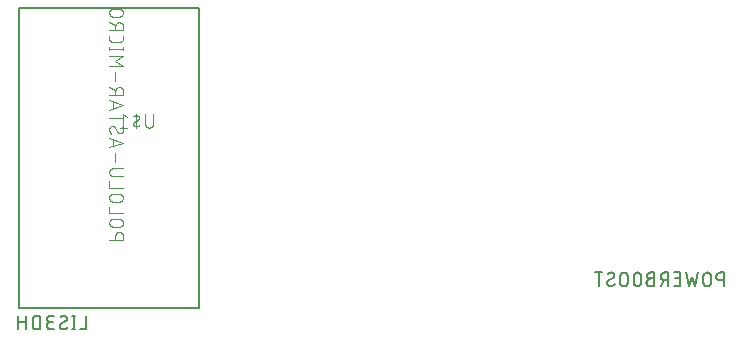
<source format=gbo>
G75*
%MOIN*%
%OFA0B0*%
%FSLAX25Y25*%
%IPPOS*%
%LPD*%
%AMOC8*
5,1,8,0,0,1.08239X$1,22.5*
%
%ADD10C,0.00500*%
%ADD11C,0.00400*%
D10*
X0122930Y0039850D02*
X0122930Y0044350D01*
X0122980Y0046800D02*
X0122980Y0146800D01*
X0182980Y0146800D01*
X0182980Y0046800D01*
X0122980Y0046800D01*
X0125430Y0044350D02*
X0125430Y0039850D01*
X0125430Y0042350D02*
X0122930Y0042350D01*
X0127730Y0043100D02*
X0127730Y0041100D01*
X0127732Y0041032D01*
X0127737Y0040965D01*
X0127746Y0040898D01*
X0127759Y0040831D01*
X0127776Y0040766D01*
X0127795Y0040701D01*
X0127819Y0040637D01*
X0127846Y0040575D01*
X0127876Y0040514D01*
X0127909Y0040456D01*
X0127945Y0040399D01*
X0127985Y0040344D01*
X0128027Y0040291D01*
X0128073Y0040240D01*
X0128120Y0040193D01*
X0128171Y0040147D01*
X0128224Y0040105D01*
X0128279Y0040065D01*
X0128336Y0040029D01*
X0128394Y0039996D01*
X0128455Y0039966D01*
X0128517Y0039939D01*
X0128581Y0039915D01*
X0128646Y0039896D01*
X0128711Y0039879D01*
X0128778Y0039866D01*
X0128845Y0039857D01*
X0128912Y0039852D01*
X0128980Y0039850D01*
X0130230Y0039850D01*
X0130230Y0044350D01*
X0128980Y0044350D01*
X0128912Y0044348D01*
X0128845Y0044343D01*
X0128778Y0044334D01*
X0128711Y0044321D01*
X0128646Y0044304D01*
X0128581Y0044285D01*
X0128517Y0044261D01*
X0128455Y0044234D01*
X0128394Y0044204D01*
X0128336Y0044171D01*
X0128279Y0044135D01*
X0128224Y0044095D01*
X0128171Y0044053D01*
X0128120Y0044007D01*
X0128073Y0043960D01*
X0128027Y0043909D01*
X0127985Y0043856D01*
X0127945Y0043801D01*
X0127909Y0043744D01*
X0127876Y0043686D01*
X0127846Y0043625D01*
X0127819Y0043563D01*
X0127795Y0043499D01*
X0127776Y0043434D01*
X0127759Y0043369D01*
X0127746Y0043302D01*
X0127737Y0043235D01*
X0127732Y0043168D01*
X0127730Y0043100D01*
X0133380Y0042350D02*
X0133318Y0042352D01*
X0133257Y0042358D01*
X0133196Y0042367D01*
X0133136Y0042380D01*
X0133077Y0042397D01*
X0133019Y0042418D01*
X0132962Y0042442D01*
X0132907Y0042469D01*
X0132854Y0042500D01*
X0132802Y0042534D01*
X0132753Y0042571D01*
X0132706Y0042611D01*
X0132662Y0042654D01*
X0132621Y0042699D01*
X0132582Y0042747D01*
X0132546Y0042798D01*
X0132514Y0042850D01*
X0132485Y0042904D01*
X0132459Y0042960D01*
X0132437Y0043018D01*
X0132418Y0043076D01*
X0132403Y0043136D01*
X0132392Y0043197D01*
X0132384Y0043258D01*
X0132380Y0043319D01*
X0132380Y0043381D01*
X0132384Y0043442D01*
X0132392Y0043503D01*
X0132403Y0043564D01*
X0132418Y0043624D01*
X0132437Y0043682D01*
X0132459Y0043740D01*
X0132485Y0043796D01*
X0132514Y0043850D01*
X0132546Y0043902D01*
X0132582Y0043953D01*
X0132621Y0044001D01*
X0132662Y0044046D01*
X0132706Y0044089D01*
X0132753Y0044129D01*
X0132802Y0044166D01*
X0132854Y0044200D01*
X0132907Y0044231D01*
X0132962Y0044258D01*
X0133019Y0044282D01*
X0133077Y0044303D01*
X0133136Y0044320D01*
X0133196Y0044333D01*
X0133257Y0044342D01*
X0133318Y0044348D01*
X0133380Y0044350D01*
X0134880Y0044350D01*
X0138605Y0042475D02*
X0138657Y0042508D01*
X0138708Y0042544D01*
X0138756Y0042583D01*
X0138801Y0042625D01*
X0138844Y0042670D01*
X0138884Y0042718D01*
X0138921Y0042767D01*
X0138955Y0042819D01*
X0138986Y0042873D01*
X0139014Y0042929D01*
X0139038Y0042986D01*
X0139058Y0043045D01*
X0139075Y0043104D01*
X0139088Y0043165D01*
X0139097Y0043226D01*
X0139103Y0043288D01*
X0139105Y0043350D01*
X0139103Y0043410D01*
X0139098Y0043471D01*
X0139089Y0043530D01*
X0139076Y0043589D01*
X0139060Y0043648D01*
X0139040Y0043705D01*
X0139017Y0043760D01*
X0138990Y0043815D01*
X0138961Y0043867D01*
X0138928Y0043918D01*
X0138892Y0043967D01*
X0138854Y0044013D01*
X0138812Y0044057D01*
X0138768Y0044099D01*
X0138722Y0044137D01*
X0138673Y0044173D01*
X0138622Y0044206D01*
X0138570Y0044235D01*
X0138515Y0044262D01*
X0138460Y0044285D01*
X0138403Y0044305D01*
X0138344Y0044321D01*
X0138285Y0044334D01*
X0138226Y0044343D01*
X0138165Y0044348D01*
X0138105Y0044350D01*
X0140930Y0044350D02*
X0141930Y0044350D01*
X0141430Y0044350D02*
X0141430Y0039850D01*
X0141930Y0039850D02*
X0140930Y0039850D01*
X0143520Y0039850D02*
X0145520Y0039850D01*
X0145520Y0044350D01*
X0138605Y0042475D02*
X0137230Y0041725D01*
X0137730Y0039850D02*
X0137818Y0039852D01*
X0137905Y0039857D01*
X0137993Y0039866D01*
X0138080Y0039879D01*
X0138166Y0039895D01*
X0138251Y0039915D01*
X0138336Y0039939D01*
X0138420Y0039966D01*
X0138502Y0039996D01*
X0138583Y0040030D01*
X0138663Y0040067D01*
X0138741Y0040107D01*
X0138817Y0040151D01*
X0138891Y0040198D01*
X0138963Y0040247D01*
X0139034Y0040300D01*
X0139102Y0040356D01*
X0139167Y0040414D01*
X0139230Y0040475D01*
X0137230Y0041725D02*
X0137178Y0041692D01*
X0137127Y0041656D01*
X0137079Y0041617D01*
X0137034Y0041575D01*
X0136991Y0041530D01*
X0136951Y0041482D01*
X0136914Y0041433D01*
X0136880Y0041381D01*
X0136849Y0041327D01*
X0136821Y0041271D01*
X0136797Y0041214D01*
X0136777Y0041155D01*
X0136760Y0041096D01*
X0136747Y0041035D01*
X0136738Y0040974D01*
X0136732Y0040912D01*
X0136730Y0040850D01*
X0136732Y0040790D01*
X0136737Y0040729D01*
X0136746Y0040670D01*
X0136759Y0040611D01*
X0136775Y0040552D01*
X0136795Y0040495D01*
X0136818Y0040440D01*
X0136845Y0040385D01*
X0136874Y0040333D01*
X0136907Y0040282D01*
X0136943Y0040233D01*
X0136981Y0040187D01*
X0137023Y0040143D01*
X0137067Y0040101D01*
X0137113Y0040063D01*
X0137162Y0040027D01*
X0137213Y0039994D01*
X0137265Y0039965D01*
X0137320Y0039938D01*
X0137375Y0039915D01*
X0137432Y0039895D01*
X0137491Y0039879D01*
X0137550Y0039866D01*
X0137609Y0039857D01*
X0137670Y0039852D01*
X0137730Y0039850D01*
X0136980Y0043975D02*
X0137045Y0044022D01*
X0137113Y0044066D01*
X0137182Y0044107D01*
X0137253Y0044145D01*
X0137325Y0044180D01*
X0137399Y0044212D01*
X0137474Y0044241D01*
X0137550Y0044266D01*
X0137628Y0044288D01*
X0137706Y0044307D01*
X0137785Y0044322D01*
X0137864Y0044334D01*
X0137944Y0044343D01*
X0138025Y0044348D01*
X0138105Y0044350D01*
X0134380Y0042350D02*
X0133380Y0042350D01*
X0133630Y0042350D02*
X0133561Y0042348D01*
X0133492Y0042342D01*
X0133424Y0042333D01*
X0133357Y0042320D01*
X0133290Y0042303D01*
X0133224Y0042282D01*
X0133160Y0042258D01*
X0133097Y0042230D01*
X0133035Y0042199D01*
X0132975Y0042165D01*
X0132918Y0042127D01*
X0132862Y0042086D01*
X0132809Y0042043D01*
X0132758Y0041996D01*
X0132710Y0041947D01*
X0132665Y0041895D01*
X0132623Y0041840D01*
X0132584Y0041784D01*
X0132547Y0041725D01*
X0132515Y0041664D01*
X0132485Y0041602D01*
X0132459Y0041538D01*
X0132437Y0041473D01*
X0132418Y0041407D01*
X0132403Y0041340D01*
X0132392Y0041272D01*
X0132384Y0041203D01*
X0132380Y0041134D01*
X0132380Y0041066D01*
X0132384Y0040997D01*
X0132392Y0040928D01*
X0132403Y0040860D01*
X0132418Y0040793D01*
X0132437Y0040727D01*
X0132459Y0040662D01*
X0132485Y0040598D01*
X0132515Y0040536D01*
X0132547Y0040475D01*
X0132584Y0040416D01*
X0132623Y0040360D01*
X0132665Y0040305D01*
X0132710Y0040253D01*
X0132758Y0040204D01*
X0132809Y0040157D01*
X0132862Y0040114D01*
X0132918Y0040073D01*
X0132975Y0040035D01*
X0133035Y0040001D01*
X0133097Y0039970D01*
X0133160Y0039942D01*
X0133224Y0039918D01*
X0133290Y0039897D01*
X0133357Y0039880D01*
X0133424Y0039867D01*
X0133492Y0039858D01*
X0133561Y0039852D01*
X0133630Y0039850D01*
X0134880Y0039850D01*
X0315105Y0058750D02*
X0317605Y0058750D01*
X0316355Y0058750D02*
X0316355Y0054250D01*
X0319655Y0056125D02*
X0321030Y0056875D01*
X0320530Y0058750D02*
X0320450Y0058748D01*
X0320369Y0058743D01*
X0320289Y0058734D01*
X0320210Y0058722D01*
X0320131Y0058707D01*
X0320053Y0058688D01*
X0319975Y0058666D01*
X0319899Y0058641D01*
X0319824Y0058612D01*
X0319750Y0058580D01*
X0319678Y0058545D01*
X0319607Y0058507D01*
X0319538Y0058466D01*
X0319470Y0058422D01*
X0319405Y0058375D01*
X0321030Y0056875D02*
X0321082Y0056908D01*
X0321133Y0056944D01*
X0321181Y0056983D01*
X0321226Y0057025D01*
X0321269Y0057070D01*
X0321309Y0057118D01*
X0321346Y0057167D01*
X0321380Y0057219D01*
X0321411Y0057273D01*
X0321439Y0057329D01*
X0321463Y0057386D01*
X0321483Y0057445D01*
X0321500Y0057504D01*
X0321513Y0057565D01*
X0321522Y0057626D01*
X0321528Y0057688D01*
X0321530Y0057750D01*
X0321528Y0057810D01*
X0321523Y0057871D01*
X0321514Y0057930D01*
X0321501Y0057989D01*
X0321485Y0058048D01*
X0321465Y0058105D01*
X0321442Y0058160D01*
X0321415Y0058215D01*
X0321386Y0058267D01*
X0321353Y0058318D01*
X0321317Y0058367D01*
X0321279Y0058413D01*
X0321237Y0058457D01*
X0321193Y0058499D01*
X0321147Y0058537D01*
X0321098Y0058573D01*
X0321047Y0058606D01*
X0320995Y0058635D01*
X0320940Y0058662D01*
X0320885Y0058685D01*
X0320828Y0058705D01*
X0320769Y0058721D01*
X0320710Y0058734D01*
X0320651Y0058743D01*
X0320590Y0058748D01*
X0320530Y0058750D01*
X0323505Y0057500D02*
X0323505Y0055500D01*
X0323507Y0055431D01*
X0323513Y0055362D01*
X0323522Y0055294D01*
X0323535Y0055227D01*
X0323552Y0055160D01*
X0323573Y0055094D01*
X0323597Y0055030D01*
X0323625Y0054967D01*
X0323656Y0054905D01*
X0323690Y0054845D01*
X0323728Y0054788D01*
X0323769Y0054732D01*
X0323812Y0054679D01*
X0323859Y0054628D01*
X0323908Y0054580D01*
X0323960Y0054535D01*
X0324015Y0054493D01*
X0324071Y0054454D01*
X0324130Y0054417D01*
X0324191Y0054385D01*
X0324253Y0054355D01*
X0324317Y0054329D01*
X0324382Y0054307D01*
X0324448Y0054288D01*
X0324515Y0054273D01*
X0324583Y0054262D01*
X0324652Y0054254D01*
X0324721Y0054250D01*
X0324789Y0054250D01*
X0324858Y0054254D01*
X0324927Y0054262D01*
X0324995Y0054273D01*
X0325062Y0054288D01*
X0325128Y0054307D01*
X0325193Y0054329D01*
X0325257Y0054355D01*
X0325319Y0054385D01*
X0325380Y0054417D01*
X0325439Y0054454D01*
X0325495Y0054493D01*
X0325550Y0054535D01*
X0325602Y0054580D01*
X0325651Y0054628D01*
X0325698Y0054679D01*
X0325741Y0054732D01*
X0325782Y0054788D01*
X0325820Y0054845D01*
X0325854Y0054905D01*
X0325885Y0054967D01*
X0325913Y0055030D01*
X0325937Y0055094D01*
X0325958Y0055160D01*
X0325975Y0055227D01*
X0325988Y0055294D01*
X0325997Y0055362D01*
X0326003Y0055431D01*
X0326005Y0055500D01*
X0326005Y0057500D01*
X0326003Y0057569D01*
X0325997Y0057638D01*
X0325988Y0057706D01*
X0325975Y0057773D01*
X0325958Y0057840D01*
X0325937Y0057906D01*
X0325913Y0057970D01*
X0325885Y0058033D01*
X0325854Y0058095D01*
X0325820Y0058155D01*
X0325782Y0058212D01*
X0325741Y0058268D01*
X0325698Y0058321D01*
X0325651Y0058372D01*
X0325602Y0058420D01*
X0325550Y0058465D01*
X0325495Y0058507D01*
X0325439Y0058546D01*
X0325380Y0058583D01*
X0325319Y0058615D01*
X0325257Y0058645D01*
X0325193Y0058671D01*
X0325128Y0058693D01*
X0325062Y0058712D01*
X0324995Y0058727D01*
X0324927Y0058738D01*
X0324858Y0058746D01*
X0324789Y0058750D01*
X0324721Y0058750D01*
X0324652Y0058746D01*
X0324583Y0058738D01*
X0324515Y0058727D01*
X0324448Y0058712D01*
X0324382Y0058693D01*
X0324317Y0058671D01*
X0324253Y0058645D01*
X0324191Y0058615D01*
X0324130Y0058583D01*
X0324071Y0058546D01*
X0324015Y0058507D01*
X0323960Y0058465D01*
X0323908Y0058420D01*
X0323859Y0058372D01*
X0323812Y0058321D01*
X0323769Y0058268D01*
X0323728Y0058212D01*
X0323690Y0058155D01*
X0323656Y0058095D01*
X0323625Y0058033D01*
X0323597Y0057970D01*
X0323573Y0057906D01*
X0323552Y0057840D01*
X0323535Y0057773D01*
X0323522Y0057706D01*
X0323513Y0057638D01*
X0323507Y0057569D01*
X0323505Y0057500D01*
X0321655Y0054874D02*
X0321592Y0054813D01*
X0321527Y0054755D01*
X0321459Y0054699D01*
X0321388Y0054646D01*
X0321316Y0054597D01*
X0321242Y0054550D01*
X0321166Y0054506D01*
X0321088Y0054466D01*
X0321008Y0054429D01*
X0320927Y0054395D01*
X0320845Y0054365D01*
X0320761Y0054338D01*
X0320676Y0054314D01*
X0320591Y0054294D01*
X0320505Y0054278D01*
X0320418Y0054265D01*
X0320330Y0054256D01*
X0320243Y0054251D01*
X0320155Y0054249D01*
X0320155Y0054250D02*
X0320095Y0054252D01*
X0320034Y0054257D01*
X0319975Y0054266D01*
X0319916Y0054279D01*
X0319857Y0054295D01*
X0319800Y0054315D01*
X0319745Y0054338D01*
X0319690Y0054365D01*
X0319638Y0054394D01*
X0319587Y0054427D01*
X0319538Y0054463D01*
X0319492Y0054501D01*
X0319448Y0054543D01*
X0319406Y0054587D01*
X0319368Y0054633D01*
X0319332Y0054682D01*
X0319299Y0054733D01*
X0319270Y0054785D01*
X0319243Y0054840D01*
X0319220Y0054895D01*
X0319200Y0054952D01*
X0319184Y0055011D01*
X0319171Y0055070D01*
X0319162Y0055129D01*
X0319157Y0055190D01*
X0319155Y0055250D01*
X0319157Y0055312D01*
X0319163Y0055374D01*
X0319172Y0055435D01*
X0319185Y0055496D01*
X0319202Y0055555D01*
X0319222Y0055614D01*
X0319246Y0055671D01*
X0319274Y0055727D01*
X0319305Y0055781D01*
X0319339Y0055833D01*
X0319376Y0055882D01*
X0319416Y0055930D01*
X0319459Y0055975D01*
X0319504Y0056017D01*
X0319552Y0056056D01*
X0319603Y0056092D01*
X0319655Y0056125D01*
X0328005Y0055500D02*
X0328005Y0057500D01*
X0328007Y0057569D01*
X0328013Y0057638D01*
X0328022Y0057706D01*
X0328035Y0057773D01*
X0328052Y0057840D01*
X0328073Y0057906D01*
X0328097Y0057970D01*
X0328125Y0058033D01*
X0328156Y0058095D01*
X0328190Y0058155D01*
X0328228Y0058212D01*
X0328269Y0058268D01*
X0328312Y0058321D01*
X0328359Y0058372D01*
X0328408Y0058420D01*
X0328460Y0058465D01*
X0328515Y0058507D01*
X0328571Y0058546D01*
X0328630Y0058583D01*
X0328691Y0058615D01*
X0328753Y0058645D01*
X0328817Y0058671D01*
X0328882Y0058693D01*
X0328948Y0058712D01*
X0329015Y0058727D01*
X0329083Y0058738D01*
X0329152Y0058746D01*
X0329221Y0058750D01*
X0329289Y0058750D01*
X0329358Y0058746D01*
X0329427Y0058738D01*
X0329495Y0058727D01*
X0329562Y0058712D01*
X0329628Y0058693D01*
X0329693Y0058671D01*
X0329757Y0058645D01*
X0329819Y0058615D01*
X0329880Y0058583D01*
X0329939Y0058546D01*
X0329995Y0058507D01*
X0330050Y0058465D01*
X0330102Y0058420D01*
X0330151Y0058372D01*
X0330198Y0058321D01*
X0330241Y0058268D01*
X0330282Y0058212D01*
X0330320Y0058155D01*
X0330354Y0058095D01*
X0330385Y0058033D01*
X0330413Y0057970D01*
X0330437Y0057906D01*
X0330458Y0057840D01*
X0330475Y0057773D01*
X0330488Y0057706D01*
X0330497Y0057638D01*
X0330503Y0057569D01*
X0330505Y0057500D01*
X0330505Y0055500D01*
X0330503Y0055431D01*
X0330497Y0055362D01*
X0330488Y0055294D01*
X0330475Y0055227D01*
X0330458Y0055160D01*
X0330437Y0055094D01*
X0330413Y0055030D01*
X0330385Y0054967D01*
X0330354Y0054905D01*
X0330320Y0054845D01*
X0330282Y0054788D01*
X0330241Y0054732D01*
X0330198Y0054679D01*
X0330151Y0054628D01*
X0330102Y0054580D01*
X0330050Y0054535D01*
X0329995Y0054493D01*
X0329939Y0054454D01*
X0329880Y0054417D01*
X0329819Y0054385D01*
X0329757Y0054355D01*
X0329693Y0054329D01*
X0329628Y0054307D01*
X0329562Y0054288D01*
X0329495Y0054273D01*
X0329427Y0054262D01*
X0329358Y0054254D01*
X0329289Y0054250D01*
X0329221Y0054250D01*
X0329152Y0054254D01*
X0329083Y0054262D01*
X0329015Y0054273D01*
X0328948Y0054288D01*
X0328882Y0054307D01*
X0328817Y0054329D01*
X0328753Y0054355D01*
X0328691Y0054385D01*
X0328630Y0054417D01*
X0328571Y0054454D01*
X0328515Y0054493D01*
X0328460Y0054535D01*
X0328408Y0054580D01*
X0328359Y0054628D01*
X0328312Y0054679D01*
X0328269Y0054732D01*
X0328228Y0054788D01*
X0328190Y0054845D01*
X0328156Y0054905D01*
X0328125Y0054967D01*
X0328097Y0055030D01*
X0328073Y0055094D01*
X0328052Y0055160D01*
X0328035Y0055227D01*
X0328022Y0055294D01*
X0328013Y0055362D01*
X0328007Y0055431D01*
X0328005Y0055500D01*
X0333530Y0056750D02*
X0333461Y0056748D01*
X0333392Y0056742D01*
X0333324Y0056733D01*
X0333257Y0056720D01*
X0333190Y0056703D01*
X0333124Y0056682D01*
X0333060Y0056658D01*
X0332997Y0056630D01*
X0332935Y0056599D01*
X0332875Y0056565D01*
X0332818Y0056527D01*
X0332762Y0056486D01*
X0332709Y0056443D01*
X0332658Y0056396D01*
X0332610Y0056347D01*
X0332565Y0056295D01*
X0332523Y0056240D01*
X0332484Y0056184D01*
X0332447Y0056125D01*
X0332415Y0056064D01*
X0332385Y0056002D01*
X0332359Y0055938D01*
X0332337Y0055873D01*
X0332318Y0055807D01*
X0332303Y0055740D01*
X0332292Y0055672D01*
X0332284Y0055603D01*
X0332280Y0055534D01*
X0332280Y0055466D01*
X0332284Y0055397D01*
X0332292Y0055328D01*
X0332303Y0055260D01*
X0332318Y0055193D01*
X0332337Y0055127D01*
X0332359Y0055062D01*
X0332385Y0054998D01*
X0332415Y0054936D01*
X0332447Y0054875D01*
X0332484Y0054816D01*
X0332523Y0054760D01*
X0332565Y0054705D01*
X0332610Y0054653D01*
X0332658Y0054604D01*
X0332709Y0054557D01*
X0332762Y0054514D01*
X0332818Y0054473D01*
X0332875Y0054435D01*
X0332935Y0054401D01*
X0332997Y0054370D01*
X0333060Y0054342D01*
X0333124Y0054318D01*
X0333190Y0054297D01*
X0333257Y0054280D01*
X0333324Y0054267D01*
X0333392Y0054258D01*
X0333461Y0054252D01*
X0333530Y0054250D01*
X0334780Y0054250D01*
X0334780Y0058750D01*
X0333530Y0058750D01*
X0333468Y0058748D01*
X0333407Y0058742D01*
X0333346Y0058733D01*
X0333286Y0058720D01*
X0333227Y0058703D01*
X0333169Y0058682D01*
X0333112Y0058658D01*
X0333057Y0058631D01*
X0333004Y0058600D01*
X0332952Y0058566D01*
X0332903Y0058529D01*
X0332856Y0058489D01*
X0332812Y0058446D01*
X0332771Y0058401D01*
X0332732Y0058353D01*
X0332696Y0058302D01*
X0332664Y0058250D01*
X0332635Y0058196D01*
X0332609Y0058140D01*
X0332587Y0058082D01*
X0332568Y0058024D01*
X0332553Y0057964D01*
X0332542Y0057903D01*
X0332534Y0057842D01*
X0332530Y0057781D01*
X0332530Y0057719D01*
X0332534Y0057658D01*
X0332542Y0057597D01*
X0332553Y0057536D01*
X0332568Y0057476D01*
X0332587Y0057418D01*
X0332609Y0057360D01*
X0332635Y0057304D01*
X0332664Y0057250D01*
X0332696Y0057198D01*
X0332732Y0057147D01*
X0332771Y0057099D01*
X0332812Y0057054D01*
X0332856Y0057011D01*
X0332903Y0056971D01*
X0332952Y0056934D01*
X0333004Y0056900D01*
X0333057Y0056869D01*
X0333112Y0056842D01*
X0333169Y0056818D01*
X0333227Y0056797D01*
X0333286Y0056780D01*
X0333346Y0056767D01*
X0333407Y0056758D01*
X0333468Y0056752D01*
X0333530Y0056750D01*
X0334780Y0056750D01*
X0337972Y0056250D02*
X0336972Y0054250D01*
X0338222Y0056250D02*
X0339472Y0056250D01*
X0338222Y0056250D02*
X0338153Y0056252D01*
X0338084Y0056258D01*
X0338016Y0056267D01*
X0337949Y0056280D01*
X0337882Y0056297D01*
X0337816Y0056318D01*
X0337752Y0056342D01*
X0337689Y0056370D01*
X0337627Y0056401D01*
X0337567Y0056435D01*
X0337510Y0056473D01*
X0337454Y0056514D01*
X0337401Y0056557D01*
X0337350Y0056604D01*
X0337302Y0056653D01*
X0337257Y0056705D01*
X0337215Y0056760D01*
X0337176Y0056816D01*
X0337139Y0056875D01*
X0337107Y0056936D01*
X0337077Y0056998D01*
X0337051Y0057062D01*
X0337029Y0057127D01*
X0337010Y0057193D01*
X0336995Y0057260D01*
X0336984Y0057328D01*
X0336976Y0057397D01*
X0336972Y0057466D01*
X0336972Y0057534D01*
X0336976Y0057603D01*
X0336984Y0057672D01*
X0336995Y0057740D01*
X0337010Y0057807D01*
X0337029Y0057873D01*
X0337051Y0057938D01*
X0337077Y0058002D01*
X0337107Y0058064D01*
X0337139Y0058125D01*
X0337176Y0058184D01*
X0337215Y0058240D01*
X0337257Y0058295D01*
X0337302Y0058347D01*
X0337350Y0058396D01*
X0337401Y0058443D01*
X0337454Y0058486D01*
X0337510Y0058527D01*
X0337567Y0058565D01*
X0337627Y0058599D01*
X0337689Y0058630D01*
X0337752Y0058658D01*
X0337816Y0058682D01*
X0337882Y0058703D01*
X0337949Y0058720D01*
X0338016Y0058733D01*
X0338084Y0058742D01*
X0338153Y0058748D01*
X0338222Y0058750D01*
X0339472Y0058750D01*
X0339472Y0054250D01*
X0341395Y0054250D02*
X0343395Y0054250D01*
X0343395Y0058750D01*
X0341395Y0058750D01*
X0341895Y0056750D02*
X0343395Y0056750D01*
X0345405Y0058750D02*
X0346405Y0054250D01*
X0347405Y0057250D01*
X0348405Y0054250D01*
X0349405Y0058750D01*
X0351255Y0057500D02*
X0351255Y0055500D01*
X0351257Y0055431D01*
X0351263Y0055362D01*
X0351272Y0055294D01*
X0351285Y0055227D01*
X0351302Y0055160D01*
X0351323Y0055094D01*
X0351347Y0055030D01*
X0351375Y0054967D01*
X0351406Y0054905D01*
X0351440Y0054845D01*
X0351478Y0054788D01*
X0351519Y0054732D01*
X0351562Y0054679D01*
X0351609Y0054628D01*
X0351658Y0054580D01*
X0351710Y0054535D01*
X0351765Y0054493D01*
X0351821Y0054454D01*
X0351880Y0054417D01*
X0351941Y0054385D01*
X0352003Y0054355D01*
X0352067Y0054329D01*
X0352132Y0054307D01*
X0352198Y0054288D01*
X0352265Y0054273D01*
X0352333Y0054262D01*
X0352402Y0054254D01*
X0352471Y0054250D01*
X0352539Y0054250D01*
X0352608Y0054254D01*
X0352677Y0054262D01*
X0352745Y0054273D01*
X0352812Y0054288D01*
X0352878Y0054307D01*
X0352943Y0054329D01*
X0353007Y0054355D01*
X0353069Y0054385D01*
X0353130Y0054417D01*
X0353189Y0054454D01*
X0353245Y0054493D01*
X0353300Y0054535D01*
X0353352Y0054580D01*
X0353401Y0054628D01*
X0353448Y0054679D01*
X0353491Y0054732D01*
X0353532Y0054788D01*
X0353570Y0054845D01*
X0353604Y0054905D01*
X0353635Y0054967D01*
X0353663Y0055030D01*
X0353687Y0055094D01*
X0353708Y0055160D01*
X0353725Y0055227D01*
X0353738Y0055294D01*
X0353747Y0055362D01*
X0353753Y0055431D01*
X0353755Y0055500D01*
X0353755Y0057500D01*
X0353753Y0057569D01*
X0353747Y0057638D01*
X0353738Y0057706D01*
X0353725Y0057773D01*
X0353708Y0057840D01*
X0353687Y0057906D01*
X0353663Y0057970D01*
X0353635Y0058033D01*
X0353604Y0058095D01*
X0353570Y0058155D01*
X0353532Y0058212D01*
X0353491Y0058268D01*
X0353448Y0058321D01*
X0353401Y0058372D01*
X0353352Y0058420D01*
X0353300Y0058465D01*
X0353245Y0058507D01*
X0353189Y0058546D01*
X0353130Y0058583D01*
X0353069Y0058615D01*
X0353007Y0058645D01*
X0352943Y0058671D01*
X0352878Y0058693D01*
X0352812Y0058712D01*
X0352745Y0058727D01*
X0352677Y0058738D01*
X0352608Y0058746D01*
X0352539Y0058750D01*
X0352471Y0058750D01*
X0352402Y0058746D01*
X0352333Y0058738D01*
X0352265Y0058727D01*
X0352198Y0058712D01*
X0352132Y0058693D01*
X0352067Y0058671D01*
X0352003Y0058645D01*
X0351941Y0058615D01*
X0351880Y0058583D01*
X0351821Y0058546D01*
X0351765Y0058507D01*
X0351710Y0058465D01*
X0351658Y0058420D01*
X0351609Y0058372D01*
X0351562Y0058321D01*
X0351519Y0058268D01*
X0351478Y0058212D01*
X0351440Y0058155D01*
X0351406Y0058095D01*
X0351375Y0058033D01*
X0351347Y0057970D01*
X0351323Y0057906D01*
X0351302Y0057840D01*
X0351285Y0057773D01*
X0351272Y0057706D01*
X0351263Y0057638D01*
X0351257Y0057569D01*
X0351255Y0057500D01*
X0356780Y0058750D02*
X0356711Y0058748D01*
X0356642Y0058742D01*
X0356574Y0058733D01*
X0356507Y0058720D01*
X0356440Y0058703D01*
X0356374Y0058682D01*
X0356310Y0058658D01*
X0356247Y0058630D01*
X0356185Y0058599D01*
X0356125Y0058565D01*
X0356068Y0058527D01*
X0356012Y0058486D01*
X0355959Y0058443D01*
X0355908Y0058396D01*
X0355860Y0058347D01*
X0355815Y0058295D01*
X0355773Y0058240D01*
X0355734Y0058184D01*
X0355697Y0058125D01*
X0355665Y0058064D01*
X0355635Y0058002D01*
X0355609Y0057938D01*
X0355587Y0057873D01*
X0355568Y0057807D01*
X0355553Y0057740D01*
X0355542Y0057672D01*
X0355534Y0057603D01*
X0355530Y0057534D01*
X0355530Y0057466D01*
X0355534Y0057397D01*
X0355542Y0057328D01*
X0355553Y0057260D01*
X0355568Y0057193D01*
X0355587Y0057127D01*
X0355609Y0057062D01*
X0355635Y0056998D01*
X0355665Y0056936D01*
X0355697Y0056875D01*
X0355734Y0056816D01*
X0355773Y0056760D01*
X0355815Y0056705D01*
X0355860Y0056653D01*
X0355908Y0056604D01*
X0355959Y0056557D01*
X0356012Y0056514D01*
X0356068Y0056473D01*
X0356125Y0056435D01*
X0356185Y0056401D01*
X0356247Y0056370D01*
X0356310Y0056342D01*
X0356374Y0056318D01*
X0356440Y0056297D01*
X0356507Y0056280D01*
X0356574Y0056267D01*
X0356642Y0056258D01*
X0356711Y0056252D01*
X0356780Y0056250D01*
X0358030Y0056250D01*
X0358030Y0054250D02*
X0358030Y0058750D01*
X0356780Y0058750D01*
D11*
X0167780Y0108278D02*
X0167780Y0111600D01*
X0165224Y0111600D02*
X0165224Y0108278D01*
X0165226Y0108208D01*
X0165232Y0108137D01*
X0165241Y0108068D01*
X0165255Y0107999D01*
X0165272Y0107930D01*
X0165293Y0107863D01*
X0165318Y0107797D01*
X0165346Y0107733D01*
X0165378Y0107670D01*
X0165413Y0107609D01*
X0165452Y0107550D01*
X0165493Y0107493D01*
X0165538Y0107439D01*
X0165586Y0107387D01*
X0165636Y0107338D01*
X0165690Y0107291D01*
X0165745Y0107248D01*
X0165803Y0107208D01*
X0165863Y0107171D01*
X0165925Y0107138D01*
X0165989Y0107108D01*
X0166054Y0107081D01*
X0166120Y0107058D01*
X0166188Y0107039D01*
X0166257Y0107024D01*
X0166326Y0107012D01*
X0166396Y0107004D01*
X0166467Y0107000D01*
X0166537Y0107000D01*
X0166608Y0107004D01*
X0166678Y0107012D01*
X0166747Y0107024D01*
X0166816Y0107039D01*
X0166884Y0107058D01*
X0166950Y0107081D01*
X0167015Y0107108D01*
X0167079Y0107138D01*
X0167141Y0107171D01*
X0167201Y0107208D01*
X0167259Y0107248D01*
X0167314Y0107291D01*
X0167368Y0107338D01*
X0167418Y0107387D01*
X0167466Y0107439D01*
X0167511Y0107493D01*
X0167552Y0107550D01*
X0167591Y0107609D01*
X0167626Y0107670D01*
X0167658Y0107733D01*
X0167686Y0107797D01*
X0167711Y0107863D01*
X0167732Y0107930D01*
X0167749Y0107999D01*
X0167763Y0108068D01*
X0167772Y0108137D01*
X0167778Y0108208D01*
X0167780Y0108278D01*
X0162791Y0109683D02*
X0162152Y0109300D01*
X0161513Y0108917D01*
X0161130Y0110833D02*
X0161205Y0110876D01*
X0161281Y0110915D01*
X0161359Y0110952D01*
X0161438Y0110984D01*
X0161519Y0111014D01*
X0161601Y0111040D01*
X0161684Y0111062D01*
X0161768Y0111081D01*
X0161852Y0111097D01*
X0161937Y0111108D01*
X0162023Y0111116D01*
X0162108Y0111121D01*
X0162194Y0111122D01*
X0162280Y0111119D01*
X0162366Y0111113D01*
X0162451Y0111103D01*
X0162536Y0111089D01*
X0162152Y0111600D02*
X0162152Y0107000D01*
X0161769Y0107511D02*
X0161716Y0107523D01*
X0161664Y0107538D01*
X0161613Y0107558D01*
X0161564Y0107580D01*
X0161516Y0107606D01*
X0161470Y0107636D01*
X0161427Y0107668D01*
X0161386Y0107704D01*
X0161347Y0107742D01*
X0161312Y0107783D01*
X0161279Y0107827D01*
X0161250Y0107872D01*
X0161224Y0107920D01*
X0161201Y0107970D01*
X0161182Y0108020D01*
X0161167Y0108072D01*
X0161155Y0108126D01*
X0161148Y0108179D01*
X0161144Y0108233D01*
X0161143Y0108288D01*
X0161147Y0108342D01*
X0161155Y0108396D01*
X0161166Y0108449D01*
X0161181Y0108501D01*
X0161200Y0108552D01*
X0161223Y0108601D01*
X0161248Y0108649D01*
X0161278Y0108695D01*
X0161310Y0108738D01*
X0161345Y0108780D01*
X0161384Y0108818D01*
X0161425Y0108854D01*
X0161468Y0108887D01*
X0161513Y0108916D01*
X0161769Y0107511D02*
X0161854Y0107497D01*
X0161939Y0107487D01*
X0162025Y0107481D01*
X0162111Y0107478D01*
X0162197Y0107479D01*
X0162282Y0107484D01*
X0162368Y0107492D01*
X0162453Y0107503D01*
X0162537Y0107519D01*
X0162621Y0107538D01*
X0162704Y0107560D01*
X0162786Y0107586D01*
X0162867Y0107616D01*
X0162946Y0107648D01*
X0163024Y0107685D01*
X0163100Y0107724D01*
X0163175Y0107767D01*
X0159230Y0107000D02*
X0156674Y0107000D01*
X0155864Y0105683D02*
X0155898Y0105629D01*
X0155935Y0105578D01*
X0155975Y0105529D01*
X0156018Y0105482D01*
X0156064Y0105439D01*
X0156112Y0105398D01*
X0156163Y0105360D01*
X0156216Y0105325D01*
X0156271Y0105293D01*
X0156328Y0105265D01*
X0156386Y0105241D01*
X0156446Y0105220D01*
X0156507Y0105203D01*
X0156569Y0105189D01*
X0156632Y0105180D01*
X0156695Y0105174D01*
X0156758Y0105172D01*
X0156820Y0105174D01*
X0156881Y0105179D01*
X0156942Y0105189D01*
X0157003Y0105202D01*
X0157062Y0105218D01*
X0157120Y0105238D01*
X0157177Y0105262D01*
X0157233Y0105289D01*
X0157287Y0105319D01*
X0157339Y0105353D01*
X0157388Y0105390D01*
X0157436Y0105429D01*
X0157481Y0105471D01*
X0157523Y0105516D01*
X0157563Y0105564D01*
X0157599Y0105613D01*
X0157633Y0105665D01*
X0157663Y0105719D01*
X0157690Y0105775D01*
X0157714Y0105832D01*
X0157734Y0105890D01*
X0157750Y0105949D01*
X0157763Y0106010D01*
X0157773Y0106071D01*
X0157778Y0106132D01*
X0157780Y0106194D01*
X0157952Y0107000D02*
X0157952Y0111600D01*
X0159230Y0110578D01*
X0157780Y0110372D02*
X0153180Y0110372D01*
X0153180Y0113039D02*
X0157780Y0114572D01*
X0153180Y0116106D01*
X0154330Y0115722D02*
X0154330Y0113422D01*
X0157780Y0111650D02*
X0157780Y0109094D01*
X0155097Y0107089D02*
X0155863Y0105683D01*
X0157780Y0106194D02*
X0157778Y0106276D01*
X0157773Y0106358D01*
X0157764Y0106440D01*
X0157752Y0106521D01*
X0157736Y0106602D01*
X0157717Y0106682D01*
X0157694Y0106761D01*
X0157668Y0106839D01*
X0157639Y0106916D01*
X0157606Y0106991D01*
X0157570Y0107065D01*
X0157532Y0107138D01*
X0157490Y0107209D01*
X0157445Y0107277D01*
X0157397Y0107344D01*
X0153819Y0105045D02*
X0153756Y0105109D01*
X0153697Y0105177D01*
X0153640Y0105246D01*
X0153586Y0105318D01*
X0153535Y0105392D01*
X0153487Y0105468D01*
X0153443Y0105545D01*
X0153402Y0105625D01*
X0153364Y0105706D01*
X0153329Y0105789D01*
X0153298Y0105873D01*
X0153271Y0105959D01*
X0153247Y0106045D01*
X0153226Y0106133D01*
X0153210Y0106221D01*
X0153197Y0106310D01*
X0153187Y0106399D01*
X0153182Y0106488D01*
X0153180Y0106578D01*
X0153182Y0106640D01*
X0153187Y0106701D01*
X0153197Y0106762D01*
X0153210Y0106823D01*
X0153226Y0106882D01*
X0153246Y0106940D01*
X0153270Y0106997D01*
X0153297Y0107053D01*
X0153327Y0107107D01*
X0153361Y0107159D01*
X0153397Y0107208D01*
X0153437Y0107256D01*
X0153479Y0107301D01*
X0153524Y0107343D01*
X0153572Y0107383D01*
X0153621Y0107419D01*
X0153673Y0107453D01*
X0153727Y0107483D01*
X0153783Y0107510D01*
X0153840Y0107534D01*
X0153898Y0107554D01*
X0153957Y0107570D01*
X0154018Y0107583D01*
X0154079Y0107593D01*
X0154140Y0107598D01*
X0154202Y0107600D01*
X0154265Y0107598D01*
X0154328Y0107592D01*
X0154391Y0107583D01*
X0154453Y0107569D01*
X0154514Y0107552D01*
X0154574Y0107531D01*
X0154632Y0107507D01*
X0154689Y0107479D01*
X0154744Y0107447D01*
X0154797Y0107412D01*
X0154848Y0107374D01*
X0154896Y0107333D01*
X0154942Y0107290D01*
X0154985Y0107243D01*
X0155025Y0107194D01*
X0155062Y0107143D01*
X0155096Y0107089D01*
X0154330Y0103122D02*
X0154330Y0100822D01*
X0153180Y0100439D02*
X0157780Y0101972D01*
X0153180Y0103506D01*
X0154969Y0098706D02*
X0154969Y0095639D01*
X0154458Y0093500D02*
X0157780Y0093500D01*
X0157780Y0090945D02*
X0154458Y0090945D01*
X0154458Y0090944D02*
X0154388Y0090946D01*
X0154317Y0090952D01*
X0154248Y0090961D01*
X0154179Y0090975D01*
X0154110Y0090992D01*
X0154043Y0091013D01*
X0153977Y0091038D01*
X0153913Y0091066D01*
X0153850Y0091098D01*
X0153789Y0091133D01*
X0153730Y0091172D01*
X0153673Y0091213D01*
X0153619Y0091258D01*
X0153567Y0091306D01*
X0153518Y0091356D01*
X0153471Y0091410D01*
X0153428Y0091465D01*
X0153388Y0091523D01*
X0153351Y0091583D01*
X0153318Y0091645D01*
X0153288Y0091709D01*
X0153261Y0091774D01*
X0153238Y0091840D01*
X0153219Y0091908D01*
X0153204Y0091977D01*
X0153192Y0092046D01*
X0153184Y0092116D01*
X0153180Y0092187D01*
X0153180Y0092257D01*
X0153184Y0092328D01*
X0153192Y0092398D01*
X0153204Y0092467D01*
X0153219Y0092536D01*
X0153238Y0092604D01*
X0153261Y0092670D01*
X0153288Y0092735D01*
X0153318Y0092799D01*
X0153351Y0092861D01*
X0153388Y0092921D01*
X0153428Y0092979D01*
X0153471Y0093034D01*
X0153518Y0093088D01*
X0153567Y0093138D01*
X0153619Y0093186D01*
X0153673Y0093231D01*
X0153730Y0093272D01*
X0153789Y0093311D01*
X0153850Y0093346D01*
X0153913Y0093378D01*
X0153977Y0093406D01*
X0154043Y0093431D01*
X0154110Y0093452D01*
X0154179Y0093469D01*
X0154248Y0093483D01*
X0154317Y0093492D01*
X0154388Y0093498D01*
X0154458Y0093500D01*
X0153180Y0089098D02*
X0153180Y0087053D01*
X0157780Y0087053D01*
X0156502Y0084950D02*
X0154458Y0084950D01*
X0154388Y0084948D01*
X0154317Y0084942D01*
X0154248Y0084933D01*
X0154179Y0084919D01*
X0154110Y0084902D01*
X0154043Y0084881D01*
X0153977Y0084856D01*
X0153913Y0084828D01*
X0153850Y0084796D01*
X0153789Y0084761D01*
X0153730Y0084722D01*
X0153673Y0084681D01*
X0153619Y0084636D01*
X0153567Y0084588D01*
X0153518Y0084538D01*
X0153471Y0084484D01*
X0153428Y0084429D01*
X0153388Y0084371D01*
X0153351Y0084311D01*
X0153318Y0084249D01*
X0153288Y0084185D01*
X0153261Y0084120D01*
X0153238Y0084054D01*
X0153219Y0083986D01*
X0153204Y0083917D01*
X0153192Y0083848D01*
X0153184Y0083778D01*
X0153180Y0083707D01*
X0153180Y0083637D01*
X0153184Y0083566D01*
X0153192Y0083496D01*
X0153204Y0083427D01*
X0153219Y0083358D01*
X0153238Y0083290D01*
X0153261Y0083224D01*
X0153288Y0083159D01*
X0153318Y0083095D01*
X0153351Y0083033D01*
X0153388Y0082973D01*
X0153428Y0082915D01*
X0153471Y0082860D01*
X0153518Y0082806D01*
X0153567Y0082756D01*
X0153619Y0082708D01*
X0153673Y0082663D01*
X0153730Y0082622D01*
X0153789Y0082583D01*
X0153850Y0082548D01*
X0153913Y0082516D01*
X0153977Y0082488D01*
X0154043Y0082463D01*
X0154110Y0082442D01*
X0154179Y0082425D01*
X0154248Y0082411D01*
X0154317Y0082402D01*
X0154388Y0082396D01*
X0154458Y0082394D01*
X0154458Y0082395D02*
X0156502Y0082395D01*
X0156502Y0082394D02*
X0156572Y0082396D01*
X0156643Y0082402D01*
X0156712Y0082411D01*
X0156781Y0082425D01*
X0156850Y0082442D01*
X0156917Y0082463D01*
X0156983Y0082488D01*
X0157047Y0082516D01*
X0157110Y0082548D01*
X0157171Y0082583D01*
X0157230Y0082622D01*
X0157287Y0082663D01*
X0157341Y0082708D01*
X0157393Y0082756D01*
X0157442Y0082806D01*
X0157489Y0082860D01*
X0157532Y0082915D01*
X0157572Y0082973D01*
X0157609Y0083033D01*
X0157642Y0083095D01*
X0157672Y0083159D01*
X0157699Y0083224D01*
X0157722Y0083290D01*
X0157741Y0083358D01*
X0157756Y0083427D01*
X0157768Y0083496D01*
X0157776Y0083566D01*
X0157780Y0083637D01*
X0157780Y0083707D01*
X0157776Y0083778D01*
X0157768Y0083848D01*
X0157756Y0083917D01*
X0157741Y0083986D01*
X0157722Y0084054D01*
X0157699Y0084120D01*
X0157672Y0084185D01*
X0157642Y0084249D01*
X0157609Y0084311D01*
X0157572Y0084371D01*
X0157532Y0084429D01*
X0157489Y0084484D01*
X0157442Y0084538D01*
X0157393Y0084588D01*
X0157341Y0084636D01*
X0157287Y0084681D01*
X0157230Y0084722D01*
X0157171Y0084761D01*
X0157110Y0084796D01*
X0157047Y0084828D01*
X0156983Y0084856D01*
X0156917Y0084881D01*
X0156850Y0084902D01*
X0156781Y0084919D01*
X0156712Y0084933D01*
X0156643Y0084942D01*
X0156572Y0084948D01*
X0156502Y0084950D01*
X0153180Y0080698D02*
X0153180Y0078653D01*
X0157780Y0078653D01*
X0156502Y0076550D02*
X0154458Y0076550D01*
X0154388Y0076548D01*
X0154317Y0076542D01*
X0154248Y0076533D01*
X0154179Y0076519D01*
X0154110Y0076502D01*
X0154043Y0076481D01*
X0153977Y0076456D01*
X0153913Y0076428D01*
X0153850Y0076396D01*
X0153789Y0076361D01*
X0153730Y0076322D01*
X0153673Y0076281D01*
X0153619Y0076236D01*
X0153567Y0076188D01*
X0153518Y0076138D01*
X0153471Y0076084D01*
X0153428Y0076029D01*
X0153388Y0075971D01*
X0153351Y0075911D01*
X0153318Y0075849D01*
X0153288Y0075785D01*
X0153261Y0075720D01*
X0153238Y0075654D01*
X0153219Y0075586D01*
X0153204Y0075517D01*
X0153192Y0075448D01*
X0153184Y0075378D01*
X0153180Y0075307D01*
X0153180Y0075237D01*
X0153184Y0075166D01*
X0153192Y0075096D01*
X0153204Y0075027D01*
X0153219Y0074958D01*
X0153238Y0074890D01*
X0153261Y0074824D01*
X0153288Y0074759D01*
X0153318Y0074695D01*
X0153351Y0074633D01*
X0153388Y0074573D01*
X0153428Y0074515D01*
X0153471Y0074460D01*
X0153518Y0074406D01*
X0153567Y0074356D01*
X0153619Y0074308D01*
X0153673Y0074263D01*
X0153730Y0074222D01*
X0153789Y0074183D01*
X0153850Y0074148D01*
X0153913Y0074116D01*
X0153977Y0074088D01*
X0154043Y0074063D01*
X0154110Y0074042D01*
X0154179Y0074025D01*
X0154248Y0074011D01*
X0154317Y0074002D01*
X0154388Y0073996D01*
X0154458Y0073994D01*
X0154458Y0073995D02*
X0156502Y0073995D01*
X0156502Y0073994D02*
X0156572Y0073996D01*
X0156643Y0074002D01*
X0156712Y0074011D01*
X0156781Y0074025D01*
X0156850Y0074042D01*
X0156917Y0074063D01*
X0156983Y0074088D01*
X0157047Y0074116D01*
X0157110Y0074148D01*
X0157171Y0074183D01*
X0157230Y0074222D01*
X0157287Y0074263D01*
X0157341Y0074308D01*
X0157393Y0074356D01*
X0157442Y0074406D01*
X0157489Y0074460D01*
X0157532Y0074515D01*
X0157572Y0074573D01*
X0157609Y0074633D01*
X0157642Y0074695D01*
X0157672Y0074759D01*
X0157699Y0074824D01*
X0157722Y0074890D01*
X0157741Y0074958D01*
X0157756Y0075027D01*
X0157768Y0075096D01*
X0157776Y0075166D01*
X0157780Y0075237D01*
X0157780Y0075307D01*
X0157776Y0075378D01*
X0157768Y0075448D01*
X0157756Y0075517D01*
X0157741Y0075586D01*
X0157722Y0075654D01*
X0157699Y0075720D01*
X0157672Y0075785D01*
X0157642Y0075849D01*
X0157609Y0075911D01*
X0157572Y0075971D01*
X0157532Y0076029D01*
X0157489Y0076084D01*
X0157442Y0076138D01*
X0157393Y0076188D01*
X0157341Y0076236D01*
X0157287Y0076281D01*
X0157230Y0076322D01*
X0157171Y0076361D01*
X0157110Y0076396D01*
X0157047Y0076428D01*
X0156983Y0076456D01*
X0156917Y0076481D01*
X0156850Y0076502D01*
X0156781Y0076519D01*
X0156712Y0076533D01*
X0156643Y0076542D01*
X0156572Y0076548D01*
X0156502Y0076550D01*
X0157780Y0070989D02*
X0157778Y0071059D01*
X0157772Y0071130D01*
X0157763Y0071199D01*
X0157749Y0071268D01*
X0157732Y0071337D01*
X0157711Y0071404D01*
X0157686Y0071470D01*
X0157658Y0071534D01*
X0157626Y0071597D01*
X0157591Y0071658D01*
X0157552Y0071717D01*
X0157511Y0071774D01*
X0157466Y0071828D01*
X0157418Y0071880D01*
X0157368Y0071929D01*
X0157314Y0071976D01*
X0157259Y0072019D01*
X0157201Y0072059D01*
X0157141Y0072096D01*
X0157079Y0072129D01*
X0157015Y0072159D01*
X0156950Y0072186D01*
X0156884Y0072209D01*
X0156816Y0072228D01*
X0156747Y0072243D01*
X0156678Y0072255D01*
X0156608Y0072263D01*
X0156537Y0072267D01*
X0156467Y0072267D01*
X0156396Y0072263D01*
X0156326Y0072255D01*
X0156257Y0072243D01*
X0156188Y0072228D01*
X0156120Y0072209D01*
X0156054Y0072186D01*
X0155989Y0072159D01*
X0155925Y0072129D01*
X0155863Y0072096D01*
X0155803Y0072059D01*
X0155745Y0072019D01*
X0155690Y0071976D01*
X0155636Y0071929D01*
X0155586Y0071880D01*
X0155538Y0071828D01*
X0155493Y0071774D01*
X0155452Y0071717D01*
X0155413Y0071658D01*
X0155378Y0071597D01*
X0155346Y0071534D01*
X0155318Y0071470D01*
X0155293Y0071404D01*
X0155272Y0071337D01*
X0155255Y0071268D01*
X0155241Y0071199D01*
X0155232Y0071130D01*
X0155226Y0071059D01*
X0155224Y0070989D01*
X0155224Y0069711D01*
X0153180Y0069711D02*
X0157780Y0069711D01*
X0157780Y0070989D01*
X0162791Y0109684D02*
X0162836Y0109713D01*
X0162879Y0109746D01*
X0162920Y0109782D01*
X0162959Y0109820D01*
X0162994Y0109862D01*
X0163026Y0109905D01*
X0163056Y0109951D01*
X0163081Y0109999D01*
X0163104Y0110048D01*
X0163123Y0110099D01*
X0163138Y0110151D01*
X0163149Y0110204D01*
X0163157Y0110258D01*
X0163161Y0110312D01*
X0163160Y0110367D01*
X0163156Y0110421D01*
X0163149Y0110474D01*
X0163137Y0110528D01*
X0163122Y0110580D01*
X0163103Y0110630D01*
X0163080Y0110680D01*
X0163054Y0110728D01*
X0163025Y0110773D01*
X0162992Y0110817D01*
X0162957Y0110858D01*
X0162918Y0110896D01*
X0162877Y0110932D01*
X0162834Y0110964D01*
X0162788Y0110994D01*
X0162740Y0111020D01*
X0162691Y0111042D01*
X0162640Y0111062D01*
X0162588Y0111077D01*
X0162535Y0111089D01*
X0157780Y0117973D02*
X0153180Y0117973D01*
X0155224Y0117973D02*
X0155224Y0119251D01*
X0155224Y0119507D02*
X0153180Y0120529D01*
X0154969Y0122489D02*
X0154969Y0125556D01*
X0153180Y0127739D02*
X0157780Y0127739D01*
X0155224Y0129272D01*
X0157780Y0130806D01*
X0153180Y0130806D01*
X0153180Y0132811D02*
X0153180Y0133833D01*
X0153180Y0133322D02*
X0157780Y0133322D01*
X0157780Y0132811D02*
X0157780Y0133833D01*
X0156758Y0135631D02*
X0154202Y0135631D01*
X0154202Y0135632D02*
X0154140Y0135634D01*
X0154079Y0135639D01*
X0154018Y0135649D01*
X0153957Y0135662D01*
X0153898Y0135678D01*
X0153840Y0135698D01*
X0153783Y0135722D01*
X0153727Y0135749D01*
X0153673Y0135779D01*
X0153621Y0135813D01*
X0153572Y0135849D01*
X0153524Y0135889D01*
X0153479Y0135931D01*
X0153437Y0135976D01*
X0153397Y0136024D01*
X0153361Y0136073D01*
X0153327Y0136125D01*
X0153297Y0136179D01*
X0153270Y0136235D01*
X0153246Y0136292D01*
X0153226Y0136350D01*
X0153210Y0136409D01*
X0153197Y0136470D01*
X0153187Y0136531D01*
X0153182Y0136592D01*
X0153180Y0136654D01*
X0153180Y0137676D01*
X0153180Y0139573D02*
X0157780Y0139573D01*
X0157780Y0140851D01*
X0157778Y0140921D01*
X0157772Y0140992D01*
X0157763Y0141061D01*
X0157749Y0141130D01*
X0157732Y0141199D01*
X0157711Y0141266D01*
X0157686Y0141332D01*
X0157658Y0141396D01*
X0157626Y0141459D01*
X0157591Y0141520D01*
X0157552Y0141579D01*
X0157511Y0141636D01*
X0157466Y0141690D01*
X0157418Y0141742D01*
X0157368Y0141791D01*
X0157314Y0141838D01*
X0157259Y0141881D01*
X0157201Y0141921D01*
X0157141Y0141958D01*
X0157079Y0141991D01*
X0157015Y0142021D01*
X0156950Y0142048D01*
X0156884Y0142071D01*
X0156816Y0142090D01*
X0156747Y0142105D01*
X0156678Y0142117D01*
X0156608Y0142125D01*
X0156537Y0142129D01*
X0156467Y0142129D01*
X0156396Y0142125D01*
X0156326Y0142117D01*
X0156257Y0142105D01*
X0156188Y0142090D01*
X0156120Y0142071D01*
X0156054Y0142048D01*
X0155989Y0142021D01*
X0155925Y0141991D01*
X0155863Y0141958D01*
X0155803Y0141921D01*
X0155745Y0141881D01*
X0155690Y0141838D01*
X0155636Y0141791D01*
X0155586Y0141742D01*
X0155538Y0141690D01*
X0155493Y0141636D01*
X0155452Y0141579D01*
X0155413Y0141520D01*
X0155378Y0141459D01*
X0155346Y0141396D01*
X0155318Y0141332D01*
X0155293Y0141266D01*
X0155272Y0141199D01*
X0155255Y0141130D01*
X0155241Y0141061D01*
X0155232Y0140992D01*
X0155226Y0140921D01*
X0155224Y0140851D01*
X0155224Y0139573D01*
X0155224Y0141107D02*
X0153180Y0142129D01*
X0154458Y0144044D02*
X0156502Y0144044D01*
X0156572Y0144046D01*
X0156643Y0144052D01*
X0156712Y0144061D01*
X0156781Y0144075D01*
X0156850Y0144092D01*
X0156917Y0144113D01*
X0156983Y0144138D01*
X0157047Y0144166D01*
X0157110Y0144198D01*
X0157171Y0144233D01*
X0157230Y0144272D01*
X0157287Y0144313D01*
X0157341Y0144358D01*
X0157393Y0144406D01*
X0157442Y0144456D01*
X0157489Y0144510D01*
X0157532Y0144565D01*
X0157572Y0144623D01*
X0157609Y0144683D01*
X0157642Y0144745D01*
X0157672Y0144809D01*
X0157699Y0144874D01*
X0157722Y0144940D01*
X0157741Y0145008D01*
X0157756Y0145077D01*
X0157768Y0145146D01*
X0157776Y0145216D01*
X0157780Y0145287D01*
X0157780Y0145357D01*
X0157776Y0145428D01*
X0157768Y0145498D01*
X0157756Y0145567D01*
X0157741Y0145636D01*
X0157722Y0145704D01*
X0157699Y0145770D01*
X0157672Y0145835D01*
X0157642Y0145899D01*
X0157609Y0145961D01*
X0157572Y0146021D01*
X0157532Y0146079D01*
X0157489Y0146134D01*
X0157442Y0146188D01*
X0157393Y0146238D01*
X0157341Y0146286D01*
X0157287Y0146331D01*
X0157230Y0146372D01*
X0157171Y0146411D01*
X0157110Y0146446D01*
X0157047Y0146478D01*
X0156983Y0146506D01*
X0156917Y0146531D01*
X0156850Y0146552D01*
X0156781Y0146569D01*
X0156712Y0146583D01*
X0156643Y0146592D01*
X0156572Y0146598D01*
X0156502Y0146600D01*
X0154458Y0146600D01*
X0154388Y0146598D01*
X0154317Y0146592D01*
X0154248Y0146583D01*
X0154179Y0146569D01*
X0154110Y0146552D01*
X0154043Y0146531D01*
X0153977Y0146506D01*
X0153913Y0146478D01*
X0153850Y0146446D01*
X0153789Y0146411D01*
X0153730Y0146372D01*
X0153673Y0146331D01*
X0153619Y0146286D01*
X0153567Y0146238D01*
X0153518Y0146188D01*
X0153471Y0146134D01*
X0153428Y0146079D01*
X0153388Y0146021D01*
X0153351Y0145961D01*
X0153318Y0145899D01*
X0153288Y0145835D01*
X0153261Y0145770D01*
X0153238Y0145704D01*
X0153219Y0145636D01*
X0153204Y0145567D01*
X0153192Y0145498D01*
X0153184Y0145428D01*
X0153180Y0145357D01*
X0153180Y0145287D01*
X0153184Y0145216D01*
X0153192Y0145146D01*
X0153204Y0145077D01*
X0153219Y0145008D01*
X0153238Y0144940D01*
X0153261Y0144874D01*
X0153288Y0144809D01*
X0153318Y0144745D01*
X0153351Y0144683D01*
X0153388Y0144623D01*
X0153428Y0144565D01*
X0153471Y0144510D01*
X0153518Y0144456D01*
X0153567Y0144406D01*
X0153619Y0144358D01*
X0153673Y0144313D01*
X0153730Y0144272D01*
X0153789Y0144233D01*
X0153850Y0144198D01*
X0153913Y0144166D01*
X0153977Y0144138D01*
X0154043Y0144113D01*
X0154110Y0144092D01*
X0154179Y0144075D01*
X0154248Y0144061D01*
X0154317Y0144052D01*
X0154388Y0144046D01*
X0154458Y0144044D01*
X0157780Y0137676D02*
X0157780Y0136654D01*
X0157778Y0136592D01*
X0157773Y0136531D01*
X0157763Y0136470D01*
X0157750Y0136409D01*
X0157734Y0136350D01*
X0157714Y0136292D01*
X0157690Y0136235D01*
X0157663Y0136179D01*
X0157633Y0136125D01*
X0157599Y0136073D01*
X0157562Y0136024D01*
X0157523Y0135976D01*
X0157481Y0135931D01*
X0157436Y0135889D01*
X0157388Y0135849D01*
X0157339Y0135813D01*
X0157287Y0135779D01*
X0157233Y0135749D01*
X0157177Y0135722D01*
X0157120Y0135698D01*
X0157062Y0135678D01*
X0157003Y0135662D01*
X0156942Y0135649D01*
X0156881Y0135639D01*
X0156820Y0135634D01*
X0156758Y0135632D01*
X0157780Y0119251D02*
X0157778Y0119321D01*
X0157772Y0119392D01*
X0157763Y0119461D01*
X0157749Y0119530D01*
X0157732Y0119599D01*
X0157711Y0119666D01*
X0157686Y0119732D01*
X0157658Y0119796D01*
X0157626Y0119859D01*
X0157591Y0119920D01*
X0157552Y0119979D01*
X0157511Y0120036D01*
X0157466Y0120090D01*
X0157418Y0120142D01*
X0157368Y0120191D01*
X0157314Y0120238D01*
X0157259Y0120281D01*
X0157201Y0120321D01*
X0157141Y0120358D01*
X0157079Y0120391D01*
X0157015Y0120421D01*
X0156950Y0120448D01*
X0156884Y0120471D01*
X0156816Y0120490D01*
X0156747Y0120505D01*
X0156678Y0120517D01*
X0156608Y0120525D01*
X0156537Y0120529D01*
X0156467Y0120529D01*
X0156396Y0120525D01*
X0156326Y0120517D01*
X0156257Y0120505D01*
X0156188Y0120490D01*
X0156120Y0120471D01*
X0156054Y0120448D01*
X0155989Y0120421D01*
X0155925Y0120391D01*
X0155863Y0120358D01*
X0155803Y0120321D01*
X0155745Y0120281D01*
X0155690Y0120238D01*
X0155636Y0120191D01*
X0155586Y0120142D01*
X0155538Y0120090D01*
X0155493Y0120036D01*
X0155452Y0119979D01*
X0155413Y0119920D01*
X0155378Y0119859D01*
X0155346Y0119796D01*
X0155318Y0119732D01*
X0155293Y0119666D01*
X0155272Y0119599D01*
X0155255Y0119530D01*
X0155241Y0119461D01*
X0155232Y0119392D01*
X0155226Y0119321D01*
X0155224Y0119251D01*
X0157780Y0119251D02*
X0157780Y0117973D01*
M02*

</source>
